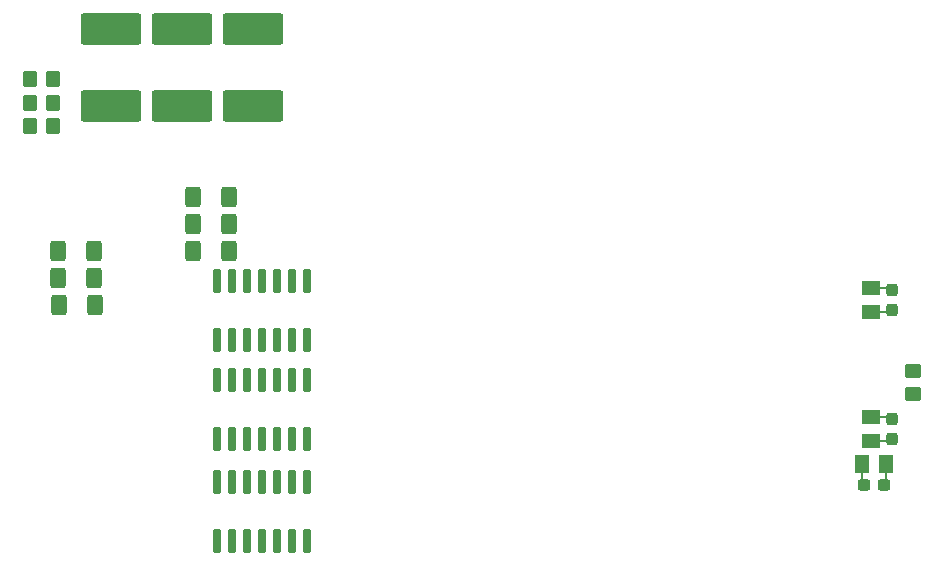
<source format=gtp>
G04 #@! TF.GenerationSoftware,KiCad,Pcbnew,(6.0.7)*
G04 #@! TF.CreationDate,2022-11-24T14:56:54+11:00*
G04 #@! TF.ProjectId,epic esc with regen,65706963-2065-4736-9320-776974682072,rev?*
G04 #@! TF.SameCoordinates,Original*
G04 #@! TF.FileFunction,Paste,Top*
G04 #@! TF.FilePolarity,Positive*
%FSLAX46Y46*%
G04 Gerber Fmt 4.6, Leading zero omitted, Abs format (unit mm)*
G04 Created by KiCad (PCBNEW (6.0.7)) date 2022-11-24 14:56:54*
%MOMM*%
%LPD*%
G01*
G04 APERTURE LIST*
G04 Aperture macros list*
%AMRoundRect*
0 Rectangle with rounded corners*
0 $1 Rounding radius*
0 $2 $3 $4 $5 $6 $7 $8 $9 X,Y pos of 4 corners*
0 Add a 4 corners polygon primitive as box body*
4,1,4,$2,$3,$4,$5,$6,$7,$8,$9,$2,$3,0*
0 Add four circle primitives for the rounded corners*
1,1,$1+$1,$2,$3*
1,1,$1+$1,$4,$5*
1,1,$1+$1,$6,$7*
1,1,$1+$1,$8,$9*
0 Add four rect primitives between the rounded corners*
20,1,$1+$1,$2,$3,$4,$5,0*
20,1,$1+$1,$4,$5,$6,$7,0*
20,1,$1+$1,$6,$7,$8,$9,0*
20,1,$1+$1,$8,$9,$2,$3,0*%
%AMFreePoly0*
4,1,13,0.587500,-0.725000,0.100000,-0.725000,0.100000,-2.000000,0.080902,-2.058779,0.030902,-2.095106,-0.030902,-2.095106,-0.080902,-2.058779,-0.100000,-2.000000,-0.100000,-0.725000,-0.587500,-0.725000,-0.587500,0.725000,0.587500,0.725000,0.587500,-0.725000,0.587500,-0.725000,$1*%
G04 Aperture macros list end*
%ADD10RoundRect,0.090000X-0.210000X0.895000X-0.210000X-0.895000X0.210000X-0.895000X0.210000X0.895000X0*%
%ADD11RoundRect,0.237500X0.237500X-0.300000X0.237500X0.300000X-0.237500X0.300000X-0.237500X-0.300000X0*%
%ADD12FreePoly0,90.000000*%
%ADD13RoundRect,0.237500X-0.300000X-0.237500X0.300000X-0.237500X0.300000X0.237500X-0.300000X0.237500X0*%
%ADD14FreePoly0,0.000000*%
%ADD15RoundRect,0.250001X2.324999X-1.074999X2.324999X1.074999X-2.324999X1.074999X-2.324999X-1.074999X0*%
%ADD16RoundRect,0.250000X-0.450000X0.350000X-0.450000X-0.350000X0.450000X-0.350000X0.450000X0.350000X0*%
%ADD17RoundRect,0.250000X0.400000X0.625000X-0.400000X0.625000X-0.400000X-0.625000X0.400000X-0.625000X0*%
%ADD18RoundRect,0.250000X0.350000X0.450000X-0.350000X0.450000X-0.350000X-0.450000X0.350000X-0.450000X0*%
%ADD19RoundRect,0.250000X-0.400000X-0.625000X0.400000X-0.625000X0.400000X0.625000X-0.400000X0.625000X0*%
G04 APERTURE END LIST*
D10*
X126492000Y-84139000D03*
X125222000Y-84139000D03*
X123952000Y-84139000D03*
X122682000Y-84139000D03*
X121412000Y-84139000D03*
X120142000Y-84139000D03*
X118872000Y-84139000D03*
X118872000Y-89089000D03*
X120142000Y-89089000D03*
X121412000Y-89089000D03*
X122682000Y-89089000D03*
X123952000Y-89089000D03*
X125222000Y-89089000D03*
X126492000Y-89089000D03*
X126492000Y-101157000D03*
X125222000Y-101157000D03*
X123952000Y-101157000D03*
X122682000Y-101157000D03*
X121412000Y-101157000D03*
X120142000Y-101157000D03*
X118872000Y-101157000D03*
X118872000Y-106107000D03*
X120142000Y-106107000D03*
X121412000Y-106107000D03*
X122682000Y-106107000D03*
X123952000Y-106107000D03*
X125222000Y-106107000D03*
X126492000Y-106107000D03*
X126492000Y-92521000D03*
X125222000Y-92521000D03*
X123952000Y-92521000D03*
X122682000Y-92521000D03*
X121412000Y-92521000D03*
X120142000Y-92521000D03*
X118872000Y-92521000D03*
X118872000Y-97471000D03*
X120142000Y-97471000D03*
X121412000Y-97471000D03*
X122682000Y-97471000D03*
X123952000Y-97471000D03*
X125222000Y-97471000D03*
X126492000Y-97471000D03*
D11*
X176022000Y-86561000D03*
D12*
X174244000Y-86757500D03*
D11*
X176022000Y-84836000D03*
D12*
X174244000Y-84682500D03*
D13*
X173657000Y-101344000D03*
D14*
X173460500Y-99566000D03*
D13*
X175382000Y-101344000D03*
D14*
X175535500Y-99566000D03*
D11*
X176022000Y-97483000D03*
D12*
X174244000Y-97679500D03*
D11*
X176022000Y-95758000D03*
D12*
X174244000Y-95604500D03*
D15*
X109920000Y-69315000D03*
X109920000Y-62765000D03*
X121920000Y-69315000D03*
X121920000Y-62765000D03*
D16*
X177800000Y-91710000D03*
X177800000Y-93710000D03*
D17*
X108550000Y-86106000D03*
X105450000Y-86106000D03*
D18*
X105000000Y-71000000D03*
X103000000Y-71000000D03*
X105000000Y-69000000D03*
X103000000Y-69000000D03*
D15*
X115920000Y-69315000D03*
X115920000Y-62765000D03*
D17*
X108484000Y-83820000D03*
X105384000Y-83820000D03*
D19*
X116814000Y-81534000D03*
X119914000Y-81534000D03*
D17*
X108484000Y-81534000D03*
X105384000Y-81534000D03*
D18*
X105000000Y-67000000D03*
X103000000Y-67000000D03*
D19*
X116814000Y-76962000D03*
X119914000Y-76962000D03*
X116814000Y-79248000D03*
X119914000Y-79248000D03*
M02*

</source>
